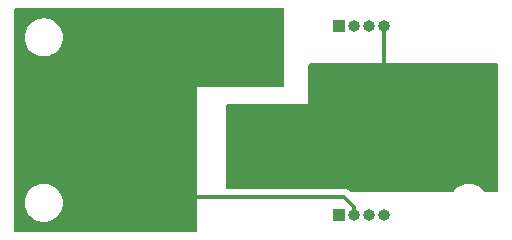
<source format=gbl>
%TF.GenerationSoftware,KiCad,Pcbnew,(6.99.0)*%
%TF.CreationDate,2023-03-13T14:23:59-07:00*%
%TF.ProjectId,emg-voltage-regulator,656d672d-766f-46c7-9461-67652d726567,rev?*%
%TF.SameCoordinates,Original*%
%TF.FileFunction,Copper,L2,Bot*%
%TF.FilePolarity,Positive*%
%FSLAX46Y46*%
G04 Gerber Fmt 4.6, Leading zero omitted, Abs format (unit mm)*
G04 Created by KiCad (PCBNEW (6.99.0)) date 2023-03-13 14:23:59*
%MOMM*%
%LPD*%
G01*
G04 APERTURE LIST*
%TA.AperFunction,ComponentPad*%
%ADD10R,1.000000X1.000000*%
%TD*%
%TA.AperFunction,ComponentPad*%
%ADD11O,1.000000X1.000000*%
%TD*%
%TA.AperFunction,ViaPad*%
%ADD12C,0.800000*%
%TD*%
%TA.AperFunction,Conductor*%
%ADD13C,0.355600*%
%TD*%
G04 APERTURE END LIST*
D10*
%TO.P,J2,1,Pin_1*%
%TO.N,GND*%
X28000000Y-2000000D03*
D11*
%TO.P,J2,2,Pin_2*%
%TO.N,-5V*%
X29270000Y-2000000D03*
%TO.P,J2,3,Pin_3*%
%TO.N,unconnected-(J2-Pad3)*%
X30540000Y-2000000D03*
%TO.P,J2,4,Pin_4*%
%TO.N,VDD*%
X31810000Y-2000000D03*
%TD*%
D10*
%TO.P,J1,1,Pin_1*%
%TO.N,GND*%
X28000000Y-18000000D03*
D11*
%TO.P,J1,2,Pin_2*%
%TO.N,-5V*%
X29270000Y-18000000D03*
%TO.P,J1,3,Pin_3*%
%TO.N,unconnected-(J1-Pad3)*%
X30540000Y-18000000D03*
%TO.P,J1,4,Pin_4*%
%TO.N,VDD*%
X31810000Y-18000000D03*
%TD*%
D12*
%TO.N,VDD*%
X23241000Y-13970000D03*
X29972000Y-13970000D03*
%TO.N,-5V*%
X7112000Y-4572000D03*
X11684000Y-12192000D03*
%TD*%
D13*
%TO.N,VDD*%
X31810000Y-2000000D02*
X31810000Y-12132000D01*
X31810000Y-12132000D02*
X29972000Y-13970000D01*
%TO.N,-5V*%
X29270000Y-18000000D02*
X29270000Y-17332000D01*
X29270000Y-17332000D02*
X28448000Y-16510000D01*
X16002000Y-16510000D02*
X11684000Y-12192000D01*
X28448000Y-16510000D02*
X16002000Y-16510000D01*
%TD*%
%TA.AperFunction,Conductor*%
%TO.N,-5V*%
G36*
X23310121Y-528002D02*
G01*
X23356614Y-581658D01*
X23368000Y-634000D01*
X23368000Y-7113000D01*
X23347998Y-7181121D01*
X23294342Y-7227614D01*
X23242000Y-7239000D01*
X16002000Y-7239000D01*
X16002000Y-19366000D01*
X15981998Y-19434121D01*
X15928342Y-19480614D01*
X15876000Y-19492000D01*
X634000Y-19492000D01*
X565879Y-19471998D01*
X519386Y-19418342D01*
X508000Y-19366000D01*
X508000Y-17000000D01*
X1386526Y-17000000D01*
X1406391Y-17252403D01*
X1465495Y-17498591D01*
X1562384Y-17732502D01*
X1694672Y-17948376D01*
X1859102Y-18140898D01*
X2051624Y-18305328D01*
X2267498Y-18437616D01*
X2272068Y-18439509D01*
X2272072Y-18439511D01*
X2496836Y-18532611D01*
X2501409Y-18534505D01*
X2586032Y-18554821D01*
X2742784Y-18592454D01*
X2742790Y-18592455D01*
X2747597Y-18593609D01*
X2847416Y-18601465D01*
X2934345Y-18608307D01*
X2934352Y-18608307D01*
X2936801Y-18608500D01*
X3063199Y-18608500D01*
X3065648Y-18608307D01*
X3065655Y-18608307D01*
X3152584Y-18601465D01*
X3252403Y-18593609D01*
X3257210Y-18592455D01*
X3257216Y-18592454D01*
X3413968Y-18554821D01*
X3498591Y-18534505D01*
X3503164Y-18532611D01*
X3727928Y-18439511D01*
X3727932Y-18439509D01*
X3732502Y-18437616D01*
X3948376Y-18305328D01*
X4140898Y-18140898D01*
X4305328Y-17948376D01*
X4437616Y-17732502D01*
X4534505Y-17498591D01*
X4593609Y-17252403D01*
X4613474Y-17000000D01*
X4593609Y-16747597D01*
X4534505Y-16501409D01*
X4437616Y-16267498D01*
X4305328Y-16051624D01*
X4140898Y-15859102D01*
X3948376Y-15694672D01*
X3732502Y-15562384D01*
X3727932Y-15560491D01*
X3727928Y-15560489D01*
X3503164Y-15467389D01*
X3503162Y-15467388D01*
X3498591Y-15465495D01*
X3413968Y-15445179D01*
X3257216Y-15407546D01*
X3257210Y-15407545D01*
X3252403Y-15406391D01*
X3152584Y-15398535D01*
X3065655Y-15391693D01*
X3065648Y-15391693D01*
X3063199Y-15391500D01*
X2936801Y-15391500D01*
X2934352Y-15391693D01*
X2934345Y-15391693D01*
X2847416Y-15398535D01*
X2747597Y-15406391D01*
X2742790Y-15407545D01*
X2742784Y-15407546D01*
X2586032Y-15445179D01*
X2501409Y-15465495D01*
X2496838Y-15467388D01*
X2496836Y-15467389D01*
X2272072Y-15560489D01*
X2272068Y-15560491D01*
X2267498Y-15562384D01*
X2051624Y-15694672D01*
X1859102Y-15859102D01*
X1694672Y-16051624D01*
X1562384Y-16267498D01*
X1465495Y-16501409D01*
X1406391Y-16747597D01*
X1386526Y-17000000D01*
X508000Y-17000000D01*
X508000Y-3000000D01*
X1386526Y-3000000D01*
X1406391Y-3252403D01*
X1465495Y-3498591D01*
X1562384Y-3732502D01*
X1694672Y-3948376D01*
X1859102Y-4140898D01*
X2051624Y-4305328D01*
X2267498Y-4437616D01*
X2272068Y-4439509D01*
X2272072Y-4439511D01*
X2496836Y-4532611D01*
X2501409Y-4534505D01*
X2586032Y-4554821D01*
X2742784Y-4592454D01*
X2742790Y-4592455D01*
X2747597Y-4593609D01*
X2847416Y-4601465D01*
X2934345Y-4608307D01*
X2934352Y-4608307D01*
X2936801Y-4608500D01*
X3063199Y-4608500D01*
X3065648Y-4608307D01*
X3065655Y-4608307D01*
X3152584Y-4601465D01*
X3252403Y-4593609D01*
X3257210Y-4592455D01*
X3257216Y-4592454D01*
X3413968Y-4554821D01*
X3498591Y-4534505D01*
X3503164Y-4532611D01*
X3727928Y-4439511D01*
X3727932Y-4439509D01*
X3732502Y-4437616D01*
X3948376Y-4305328D01*
X4140898Y-4140898D01*
X4305328Y-3948376D01*
X4437616Y-3732502D01*
X4534505Y-3498591D01*
X4593609Y-3252403D01*
X4613474Y-3000000D01*
X4593609Y-2747597D01*
X4534505Y-2501409D01*
X4437616Y-2267498D01*
X4305328Y-2051624D01*
X4140898Y-1859102D01*
X3948376Y-1694672D01*
X3732502Y-1562384D01*
X3727932Y-1560491D01*
X3727928Y-1560489D01*
X3503164Y-1467389D01*
X3503162Y-1467388D01*
X3498591Y-1465495D01*
X3413968Y-1445179D01*
X3257216Y-1407546D01*
X3257210Y-1407545D01*
X3252403Y-1406391D01*
X3152584Y-1398535D01*
X3065655Y-1391693D01*
X3065648Y-1391693D01*
X3063199Y-1391500D01*
X2936801Y-1391500D01*
X2934352Y-1391693D01*
X2934345Y-1391693D01*
X2847416Y-1398535D01*
X2747597Y-1406391D01*
X2742790Y-1407545D01*
X2742784Y-1407546D01*
X2586032Y-1445179D01*
X2501409Y-1465495D01*
X2496838Y-1467388D01*
X2496836Y-1467389D01*
X2272072Y-1560489D01*
X2272068Y-1560491D01*
X2267498Y-1562384D01*
X2051624Y-1694672D01*
X1859102Y-1859102D01*
X1694672Y-2051624D01*
X1562384Y-2267498D01*
X1465495Y-2501409D01*
X1406391Y-2747597D01*
X1386526Y-3000000D01*
X508000Y-3000000D01*
X508000Y-634000D01*
X528002Y-565879D01*
X581658Y-519386D01*
X634000Y-508000D01*
X23242000Y-508000D01*
X23310121Y-528002D01*
G37*
%TD.AperFunction*%
%TD*%
%TA.AperFunction,Conductor*%
%TO.N,VDD*%
G36*
X41434121Y-5227002D02*
G01*
X41480614Y-5280658D01*
X41492000Y-5333000D01*
X41492000Y-16003000D01*
X41471998Y-16071121D01*
X41418342Y-16117614D01*
X41366000Y-16129000D01*
X40423308Y-16129000D01*
X40355187Y-16108998D01*
X40315876Y-16068835D01*
X40307917Y-16055847D01*
X40307910Y-16055837D01*
X40305328Y-16051624D01*
X40140898Y-15859102D01*
X39948376Y-15694672D01*
X39732502Y-15562384D01*
X39727932Y-15560491D01*
X39727928Y-15560489D01*
X39503164Y-15467389D01*
X39503162Y-15467388D01*
X39498591Y-15465495D01*
X39413968Y-15445179D01*
X39257216Y-15407546D01*
X39257210Y-15407545D01*
X39252403Y-15406391D01*
X39152584Y-15398535D01*
X39065655Y-15391693D01*
X39065648Y-15391693D01*
X39063199Y-15391500D01*
X38936801Y-15391500D01*
X38934352Y-15391693D01*
X38934345Y-15391693D01*
X38847416Y-15398535D01*
X38747597Y-15406391D01*
X38742790Y-15407545D01*
X38742784Y-15407546D01*
X38586032Y-15445179D01*
X38501409Y-15465495D01*
X38496838Y-15467388D01*
X38496836Y-15467389D01*
X38272072Y-15560489D01*
X38272068Y-15560491D01*
X38267498Y-15562384D01*
X38051624Y-15694672D01*
X37859102Y-15859102D01*
X37694672Y-16051624D01*
X37692090Y-16055837D01*
X37692083Y-16055847D01*
X37684124Y-16068835D01*
X37631477Y-16116466D01*
X37576692Y-16129000D01*
X29089764Y-16129000D01*
X29021643Y-16108998D01*
X29000669Y-16092095D01*
X28953208Y-16044634D01*
X28947354Y-16038369D01*
X28916499Y-16003000D01*
X28910597Y-15996234D01*
X28860050Y-15960709D01*
X28854754Y-15956776D01*
X28851902Y-15954539D01*
X28806133Y-15918652D01*
X28799208Y-15915525D01*
X28795126Y-15913053D01*
X28785114Y-15907342D01*
X28780910Y-15905088D01*
X28774694Y-15900719D01*
X28767618Y-15897960D01*
X28767614Y-15897958D01*
X28717137Y-15878278D01*
X28711056Y-15875722D01*
X28682565Y-15862858D01*
X28654739Y-15850294D01*
X28647265Y-15848909D01*
X28642702Y-15847479D01*
X28631644Y-15844328D01*
X28627002Y-15843136D01*
X28619930Y-15840379D01*
X28558678Y-15832315D01*
X28552176Y-15831285D01*
X28491410Y-15820023D01*
X28483830Y-15820460D01*
X28483829Y-15820460D01*
X28431264Y-15823491D01*
X28424011Y-15823700D01*
X18541000Y-15823700D01*
X18472879Y-15803698D01*
X18426386Y-15750042D01*
X18415000Y-15697700D01*
X18415000Y-8762000D01*
X18435002Y-8693879D01*
X18488658Y-8647386D01*
X18541000Y-8636000D01*
X25400000Y-8636000D01*
X25400000Y-5333000D01*
X25420002Y-5264879D01*
X25473658Y-5218386D01*
X25526000Y-5207000D01*
X41366000Y-5207000D01*
X41434121Y-5227002D01*
G37*
%TD.AperFunction*%
%TD*%
M02*

</source>
